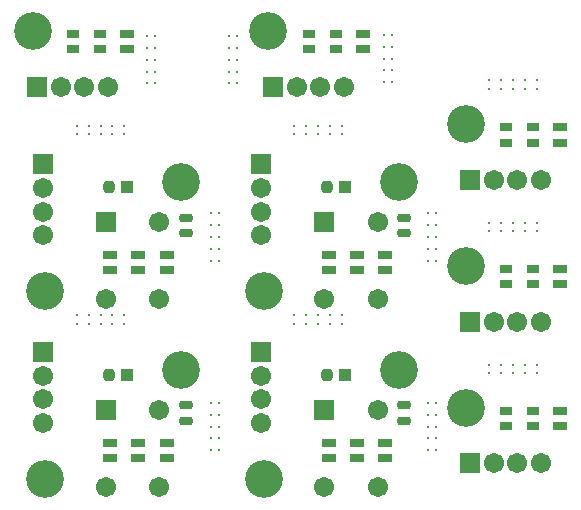
<source format=gts>
G04*
G04 #@! TF.GenerationSoftware,Altium Limited,Altium Designer,20.1.8 (145)*
G04*
G04 Layer_Color=8388736*
%FSLAX25Y25*%
%MOIN*%
G70*
G04*
G04 #@! TF.SameCoordinates,4EEE358A-EBC4-4D44-B4B5-89C592D5BD6F*
G04*
G04*
G04 #@! TF.FilePolarity,Negative*
G04*
G01*
G75*
%ADD29R,0.04540X0.02769*%
%ADD30R,0.04343X0.02769*%
G04:AMPARAMS|DCode=31|XSize=27.69mil|YSize=45.4mil|CornerRadius=8.92mil|HoleSize=0mil|Usage=FLASHONLY|Rotation=270.000|XOffset=0mil|YOffset=0mil|HoleType=Round|Shape=RoundedRectangle|*
%AMROUNDEDRECTD31*
21,1,0.02769,0.02756,0,0,270.0*
21,1,0.00984,0.04540,0,0,270.0*
1,1,0.01784,-0.01378,-0.00492*
1,1,0.01784,-0.01378,0.00492*
1,1,0.01784,0.01378,0.00492*
1,1,0.01784,0.01378,-0.00492*
%
%ADD31ROUNDEDRECTD31*%
G04:AMPARAMS|DCode=32|XSize=39.5mil|YSize=39.5mil|CornerRadius=11.87mil|HoleSize=0mil|Usage=FLASHONLY|Rotation=0.000|XOffset=0mil|YOffset=0mil|HoleType=Round|Shape=RoundedRectangle|*
%AMROUNDEDRECTD32*
21,1,0.03950,0.01575,0,0,0.0*
21,1,0.01575,0.03950,0,0,0.0*
1,1,0.02375,0.00787,-0.00787*
1,1,0.02375,-0.00787,-0.00787*
1,1,0.02375,-0.00787,0.00787*
1,1,0.02375,0.00787,0.00787*
%
%ADD32ROUNDEDRECTD32*%
%ADD33R,0.03950X0.03950*%
%ADD34C,0.00922*%
%ADD35C,0.00800*%
%ADD36C,0.06706*%
%ADD37R,0.06706X0.06706*%
%ADD38C,0.12611*%
%ADD39R,0.06706X0.06706*%
D29*
X120303Y151319D02*
D03*
Y156437D02*
D03*
X41732Y151319D02*
D03*
Y156437D02*
D03*
X54894Y15114D02*
D03*
Y20232D02*
D03*
X35996Y20126D02*
D03*
Y15008D02*
D03*
X45445Y15008D02*
D03*
Y20126D02*
D03*
X127728Y15114D02*
D03*
Y20232D02*
D03*
X108831Y20126D02*
D03*
Y15008D02*
D03*
X118280Y15008D02*
D03*
Y20126D02*
D03*
X54894Y77713D02*
D03*
Y82831D02*
D03*
X35996Y82724D02*
D03*
Y77606D02*
D03*
X45445Y77606D02*
D03*
Y82724D02*
D03*
X127728Y77713D02*
D03*
Y82831D02*
D03*
X108831Y82724D02*
D03*
Y77606D02*
D03*
X118280Y77606D02*
D03*
Y82724D02*
D03*
X186051Y25728D02*
D03*
Y30847D02*
D03*
Y72973D02*
D03*
Y78091D02*
D03*
Y120217D02*
D03*
Y125335D02*
D03*
D30*
X102303Y156437D02*
D03*
Y151319D02*
D03*
X111303Y156437D02*
D03*
Y151319D02*
D03*
X23732Y156437D02*
D03*
Y151319D02*
D03*
X32732Y156437D02*
D03*
Y151319D02*
D03*
X168051Y30847D02*
D03*
Y25728D02*
D03*
X177051Y30847D02*
D03*
Y25728D02*
D03*
X168051Y78091D02*
D03*
Y72973D02*
D03*
X177051Y78091D02*
D03*
Y72973D02*
D03*
X168051Y125335D02*
D03*
Y120217D02*
D03*
X177051Y125335D02*
D03*
Y120217D02*
D03*
D31*
X61193Y32651D02*
D03*
Y27533D02*
D03*
X134028Y32651D02*
D03*
Y27533D02*
D03*
X61193Y95249D02*
D03*
Y90131D02*
D03*
X134028Y95249D02*
D03*
Y90131D02*
D03*
D32*
X35602Y42764D02*
D03*
X108437D02*
D03*
X35602Y105362D02*
D03*
X108437D02*
D03*
D33*
X41508Y42764D02*
D03*
X114342D02*
D03*
X41508Y105362D02*
D03*
X114342D02*
D03*
D34*
X174213Y138189D02*
D03*
X170275D02*
D03*
X162401D02*
D03*
X166339D02*
D03*
Y140945D02*
D03*
X162401D02*
D03*
X170275D02*
D03*
X174213D02*
D03*
X127165Y152165D02*
D03*
Y148228D02*
D03*
Y140354D02*
D03*
Y144291D02*
D03*
X129921D02*
D03*
Y140354D02*
D03*
Y148228D02*
D03*
Y152165D02*
D03*
X75591Y151772D02*
D03*
Y147835D02*
D03*
Y139961D02*
D03*
Y143898D02*
D03*
X78347D02*
D03*
Y139961D02*
D03*
Y147835D02*
D03*
Y151772D02*
D03*
X50984Y151772D02*
D03*
Y147835D02*
D03*
Y139961D02*
D03*
Y143898D02*
D03*
X48228D02*
D03*
Y139961D02*
D03*
Y147835D02*
D03*
Y151772D02*
D03*
X141929Y84818D02*
D03*
Y80881D02*
D03*
Y88755D02*
D03*
Y92692D02*
D03*
X174213Y90748D02*
D03*
X170275D02*
D03*
X162401D02*
D03*
X166339D02*
D03*
Y93504D02*
D03*
X162401D02*
D03*
X170275D02*
D03*
X174213D02*
D03*
X69488Y84818D02*
D03*
Y80881D02*
D03*
Y88755D02*
D03*
Y92692D02*
D03*
X36811Y125763D02*
D03*
X32874D02*
D03*
X25000D02*
D03*
X28937D02*
D03*
Y123007D02*
D03*
X25000D02*
D03*
X32874D02*
D03*
X36811D02*
D03*
X144685Y92692D02*
D03*
Y88755D02*
D03*
Y80881D02*
D03*
Y84818D02*
D03*
X109252Y125763D02*
D03*
X105315D02*
D03*
X97441D02*
D03*
X101378D02*
D03*
Y123007D02*
D03*
X97441D02*
D03*
X105315D02*
D03*
X109252D02*
D03*
X72244Y92692D02*
D03*
Y88755D02*
D03*
Y80881D02*
D03*
Y84818D02*
D03*
Y21654D02*
D03*
Y17717D02*
D03*
Y25591D02*
D03*
Y29528D02*
D03*
X174213Y46260D02*
D03*
X170275D02*
D03*
X162401D02*
D03*
X166339D02*
D03*
Y43504D02*
D03*
X162401D02*
D03*
X170275D02*
D03*
X174213D02*
D03*
X109252Y59842D02*
D03*
X105315D02*
D03*
X97441D02*
D03*
X101378D02*
D03*
Y62598D02*
D03*
X97441D02*
D03*
X105315D02*
D03*
X109252D02*
D03*
X141929Y29528D02*
D03*
Y25591D02*
D03*
Y17717D02*
D03*
Y21654D02*
D03*
X144685D02*
D03*
Y17717D02*
D03*
Y25591D02*
D03*
Y29528D02*
D03*
X36811Y59842D02*
D03*
X32874D02*
D03*
X25000D02*
D03*
X28937D02*
D03*
Y62598D02*
D03*
X25000D02*
D03*
X32874D02*
D03*
X36811D02*
D03*
X69488Y29528D02*
D03*
Y25591D02*
D03*
Y17717D02*
D03*
Y21654D02*
D03*
D35*
X178149Y138189D02*
D03*
Y140945D02*
D03*
X127165Y156102D02*
D03*
X129921D02*
D03*
X75591Y155709D02*
D03*
X78347D02*
D03*
X50984Y155709D02*
D03*
X48228D02*
D03*
X141929Y96629D02*
D03*
X178149Y90748D02*
D03*
Y93504D02*
D03*
X69488Y96629D02*
D03*
X40748Y125763D02*
D03*
Y123007D02*
D03*
X144685Y96629D02*
D03*
X113189Y125763D02*
D03*
Y123007D02*
D03*
X72244Y96629D02*
D03*
Y33465D02*
D03*
X178149Y46260D02*
D03*
Y43504D02*
D03*
X113189Y59842D02*
D03*
Y62598D02*
D03*
X141929Y33465D02*
D03*
X144685D02*
D03*
X40748Y59842D02*
D03*
Y62598D02*
D03*
X69488Y33465D02*
D03*
D36*
X113925Y138878D02*
D03*
X98177D02*
D03*
X106051D02*
D03*
X35354D02*
D03*
X19606D02*
D03*
X27480D02*
D03*
X13555Y26728D02*
D03*
Y42476D02*
D03*
Y34602D02*
D03*
X34618Y5559D02*
D03*
X52335D02*
D03*
Y31150D02*
D03*
X86390Y26728D02*
D03*
Y42476D02*
D03*
Y34602D02*
D03*
X107453Y5559D02*
D03*
X125169D02*
D03*
Y31150D02*
D03*
X13555Y89327D02*
D03*
Y105075D02*
D03*
Y97201D02*
D03*
X34618Y68158D02*
D03*
X52335D02*
D03*
Y93748D02*
D03*
X86390Y89327D02*
D03*
Y105075D02*
D03*
Y97201D02*
D03*
X107453Y68158D02*
D03*
X125169D02*
D03*
Y93748D02*
D03*
X179673Y13287D02*
D03*
X163925D02*
D03*
X171799D02*
D03*
X179673Y60532D02*
D03*
X163925D02*
D03*
X171799D02*
D03*
X179673Y107776D02*
D03*
X163925D02*
D03*
X171799D02*
D03*
D37*
X90303Y138878D02*
D03*
X11732D02*
D03*
X156051Y13287D02*
D03*
Y60532D02*
D03*
Y107776D02*
D03*
D38*
X88803Y157378D02*
D03*
X10232D02*
D03*
X59618Y44339D02*
D03*
X14343Y8118D02*
D03*
X132453Y44339D02*
D03*
X87177Y8118D02*
D03*
X59618Y106937D02*
D03*
X14343Y70717D02*
D03*
X132453Y106937D02*
D03*
X87177Y70717D02*
D03*
X154551Y31787D02*
D03*
Y79031D02*
D03*
Y126276D02*
D03*
D39*
X13555Y50350D02*
D03*
X34618Y31150D02*
D03*
X86390Y50350D02*
D03*
X107453Y31150D02*
D03*
X13555Y112949D02*
D03*
X34618Y93748D02*
D03*
X86390Y112949D02*
D03*
X107453Y93748D02*
D03*
M02*

</source>
